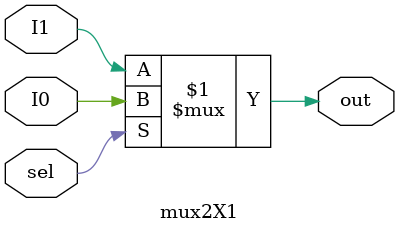
<source format=v>
`timescale 1 ns/1 ns

module mux2X1( I0,I1,sel,out);
	input I0,I1;
	input sel;
	output out;
	
	assign out=(sel)?I0:I1;
endmodule


</source>
